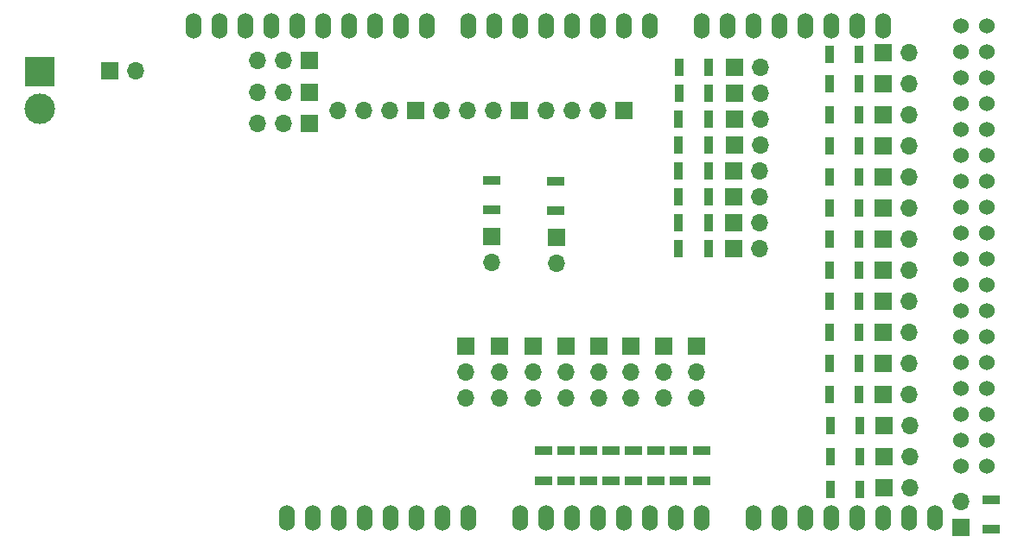
<source format=gbr>
G04 #@! TF.GenerationSoftware,KiCad,Pcbnew,(5.1.0-0)*
G04 #@! TF.CreationDate,2019-04-24T12:09:54-04:00*
G04 #@! TF.ProjectId,TR19-COMP-PD_rev2,54523139-2d43-44f4-9d50-2d50445f7265,rev?*
G04 #@! TF.SameCoordinates,Original*
G04 #@! TF.FileFunction,Soldermask,Bot*
G04 #@! TF.FilePolarity,Negative*
%FSLAX46Y46*%
G04 Gerber Fmt 4.6, Leading zero omitted, Abs format (unit mm)*
G04 Created by KiCad (PCBNEW (5.1.0-0)) date 2019-04-24 12:09:54*
%MOMM*%
%LPD*%
G04 APERTURE LIST*
%ADD10O,1.524000X2.540000*%
%ADD11C,1.524000*%
%ADD12O,1.700000X1.700000*%
%ADD13R,1.700000X1.700000*%
%ADD14C,3.000000*%
%ADD15R,3.000000X3.000000*%
%ADD16R,1.700000X0.900000*%
%ADD17R,0.900000X1.700000*%
G04 APERTURE END LIST*
D10*
X155030000Y-70632001D03*
X157570000Y-70632001D03*
X160110000Y-70632001D03*
X162650000Y-70632001D03*
X165190000Y-70632001D03*
X167730000Y-70632001D03*
X170270000Y-70632001D03*
X172810000Y-70632001D03*
X177890000Y-118892001D03*
X175350000Y-118892001D03*
X172810000Y-118892001D03*
X170270000Y-118892001D03*
X160110000Y-118892001D03*
X155030000Y-118892001D03*
X152490000Y-118892001D03*
X162650000Y-118892001D03*
X165190000Y-118892001D03*
X167730000Y-118892001D03*
X149950000Y-118892001D03*
X147410000Y-118892001D03*
X144870000Y-118892001D03*
X137250000Y-118892001D03*
X139790000Y-118892001D03*
X142330000Y-118892001D03*
X132170000Y-118892001D03*
X129630000Y-118892001D03*
X127090000Y-118892001D03*
X122010000Y-118892001D03*
X119470000Y-118892001D03*
X149950000Y-70632001D03*
X147410000Y-70632001D03*
X144870000Y-70632001D03*
X142330000Y-70632001D03*
X139790000Y-70632001D03*
X137250000Y-70632001D03*
X134710000Y-70632001D03*
X132170000Y-70632001D03*
X128106000Y-70632001D03*
X125566000Y-70632001D03*
X123026000Y-70632001D03*
X120486000Y-70632001D03*
X117946000Y-70632001D03*
X115406000Y-70632001D03*
X112866000Y-70632001D03*
X110326000Y-70632001D03*
X124550000Y-118892001D03*
D11*
X180430000Y-73172001D03*
X182970000Y-73172001D03*
X180430000Y-75712001D03*
X182970000Y-75712001D03*
X180430000Y-78252001D03*
X182970000Y-78252001D03*
X180430000Y-80792001D03*
X182970000Y-80792001D03*
X180430000Y-70632001D03*
X182970000Y-70632001D03*
X182970000Y-83332001D03*
X180430000Y-83332001D03*
X180430000Y-85872001D03*
X182970000Y-85872001D03*
X180430000Y-88412001D03*
X182970000Y-88412001D03*
X180430000Y-90952001D03*
X182970000Y-90952001D03*
X180430000Y-93492001D03*
X182970000Y-93492001D03*
X180430000Y-96032001D03*
X182970000Y-96032001D03*
X180430000Y-98572001D03*
X182970000Y-98572001D03*
X180430000Y-101112001D03*
X182970000Y-101112001D03*
X180430000Y-103652001D03*
X182970000Y-103652001D03*
X180430000Y-106192001D03*
X182970000Y-106192001D03*
X180430000Y-108732001D03*
X182970000Y-108732001D03*
X180430000Y-111272001D03*
X182970000Y-111272001D03*
X180430000Y-113812001D03*
X182970000Y-113812001D03*
D10*
X116930000Y-118892001D03*
X114390000Y-118892001D03*
X107786000Y-70632001D03*
X105246000Y-70632001D03*
X172810000Y-70632001D03*
D12*
X99590000Y-75000000D03*
D13*
X97050000Y-75000000D03*
D12*
X134450000Y-93850000D03*
D13*
X134450000Y-91310000D03*
D12*
X140750000Y-93890000D03*
D13*
X140750000Y-91350000D03*
D12*
X111500000Y-80200000D03*
X114040000Y-80200000D03*
D13*
X116580000Y-80200000D03*
X116580000Y-77100000D03*
D12*
X114040000Y-77100000D03*
X111500000Y-77100000D03*
X111520000Y-74000000D03*
X114060000Y-74000000D03*
D13*
X116600000Y-74000000D03*
D14*
X90150000Y-78740000D03*
D15*
X90150000Y-75100000D03*
D12*
X139750000Y-78900000D03*
X142290000Y-78900000D03*
X144830000Y-78900000D03*
D13*
X147370000Y-78900000D03*
X137180000Y-78900000D03*
D12*
X134640000Y-78900000D03*
X132100000Y-78900000D03*
X129560000Y-78900000D03*
X119360000Y-78900000D03*
X121900000Y-78900000D03*
X124440000Y-78900000D03*
D13*
X126980000Y-78900000D03*
D12*
X131900000Y-107100000D03*
X131900000Y-104560000D03*
D13*
X131900000Y-102020000D03*
X135200000Y-102020000D03*
D12*
X135200000Y-104560000D03*
X135200000Y-107100000D03*
X138500000Y-107100000D03*
X138500000Y-104560000D03*
D13*
X138500000Y-102020000D03*
X141700000Y-102020000D03*
D12*
X141700000Y-104560000D03*
X141700000Y-107100000D03*
X175340000Y-73200000D03*
D13*
X172800000Y-73200000D03*
D12*
X175340000Y-76250000D03*
D13*
X172800000Y-76250000D03*
D12*
X175340000Y-79300000D03*
D13*
X172800000Y-79300000D03*
X172800000Y-82350000D03*
D12*
X175340000Y-82350000D03*
D13*
X172800000Y-85400000D03*
D12*
X175340000Y-85400000D03*
X175340000Y-88450000D03*
D13*
X172800000Y-88450000D03*
D12*
X175350000Y-91500000D03*
D13*
X172810000Y-91500000D03*
D12*
X175350000Y-94550000D03*
D13*
X172810000Y-94550000D03*
D12*
X175350000Y-97600000D03*
D13*
X172810000Y-97600000D03*
D12*
X144900000Y-107100000D03*
X144900000Y-104560000D03*
D13*
X144900000Y-102020000D03*
X148100000Y-102000000D03*
D12*
X148100000Y-104540000D03*
X148100000Y-107080000D03*
X151300000Y-107080000D03*
X151300000Y-104540000D03*
D13*
X151300000Y-102000000D03*
X154500000Y-102020000D03*
D12*
X154500000Y-104560000D03*
X154500000Y-107100000D03*
X175350000Y-100650000D03*
D13*
X172810000Y-100650000D03*
X172810000Y-103700000D03*
D12*
X175350000Y-103700000D03*
D13*
X172810000Y-106750000D03*
D12*
X175350000Y-106750000D03*
D13*
X172850000Y-109800000D03*
D12*
X175390000Y-109800000D03*
D13*
X172860000Y-112850000D03*
D12*
X175400000Y-112850000D03*
D13*
X172850000Y-115900000D03*
D12*
X175390000Y-115900000D03*
X180450000Y-117250000D03*
D13*
X180450000Y-119790000D03*
D12*
X160740000Y-74650000D03*
D13*
X158200000Y-74650000D03*
D12*
X160740000Y-77200000D03*
D13*
X158200000Y-77200000D03*
D12*
X160740000Y-79750000D03*
D13*
X158200000Y-79750000D03*
D12*
X160740000Y-82300000D03*
D13*
X158200000Y-82300000D03*
X158150000Y-84850000D03*
D12*
X160690000Y-84850000D03*
D13*
X158150000Y-87400000D03*
D12*
X160690000Y-87400000D03*
D13*
X158150000Y-89950000D03*
D12*
X160690000Y-89950000D03*
D13*
X158150000Y-92500000D03*
D12*
X160690000Y-92500000D03*
D16*
X134450000Y-88650000D03*
X134450000Y-85750000D03*
X140700000Y-85850000D03*
X140700000Y-88750000D03*
D17*
X167500000Y-73400000D03*
X170400000Y-73400000D03*
X167500000Y-76250000D03*
X170400000Y-76250000D03*
X167500000Y-79350000D03*
X170400000Y-79350000D03*
X167500000Y-82350000D03*
X170400000Y-82350000D03*
X167550000Y-85400000D03*
X170450000Y-85400000D03*
X167550000Y-88450000D03*
X170450000Y-88450000D03*
X167550000Y-91500000D03*
X170450000Y-91500000D03*
X167550000Y-94550000D03*
X170450000Y-94550000D03*
X167500000Y-97650000D03*
X170400000Y-97650000D03*
X170400000Y-100700000D03*
X167500000Y-100700000D03*
X170450000Y-103700000D03*
X167550000Y-103700000D03*
X170450000Y-106750000D03*
X167550000Y-106750000D03*
X170500000Y-109800000D03*
X167600000Y-109800000D03*
X170500000Y-112850000D03*
X167600000Y-112850000D03*
X170500000Y-116050000D03*
X167600000Y-116050000D03*
D16*
X183350000Y-117100000D03*
X183350000Y-120000000D03*
X139500000Y-112300000D03*
X139500000Y-115200000D03*
X143900000Y-112300000D03*
X143900000Y-115200000D03*
X148300000Y-112300000D03*
X148300000Y-115200000D03*
X152700000Y-112300000D03*
X152700000Y-115200000D03*
X141700000Y-112300000D03*
X141700000Y-115200000D03*
X146100000Y-112300000D03*
X146100000Y-115200000D03*
X150500000Y-112300000D03*
X150500000Y-115200000D03*
X155000000Y-112300000D03*
X155000000Y-115200000D03*
D17*
X155700000Y-74650000D03*
X152800000Y-74650000D03*
X155700000Y-77200000D03*
X152800000Y-77200000D03*
X155650000Y-79750000D03*
X152750000Y-79750000D03*
X155650000Y-82300000D03*
X152750000Y-82300000D03*
X152750000Y-84850000D03*
X155650000Y-84850000D03*
X152750000Y-87400000D03*
X155650000Y-87400000D03*
X152750000Y-89950000D03*
X155650000Y-89950000D03*
X152750000Y-92500000D03*
X155650000Y-92500000D03*
M02*

</source>
